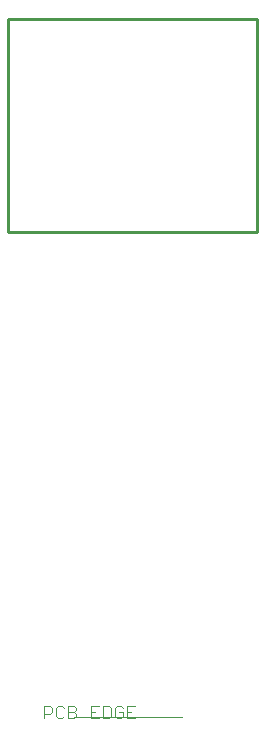
<source format=gbr>
G04*
G04 #@! TF.GenerationSoftware,Altium Limited,Altium Designer,24.6.1 (21)*
G04*
G04 Layer_Color=16711935*
%FSLAX25Y25*%
%MOIN*%
G70*
G04*
G04 #@! TF.SameCoordinates,3E969972-8C0A-4DBC-9D31-E8772DB7AAD8*
G04*
G04*
G04 #@! TF.FilePolarity,Positive*
G04*
G01*
G75*
%ADD14C,0.01000*%
%ADD60C,0.00394*%
D14*
X311000Y350346D02*
X352500D01*
X311000D02*
Y421347D01*
X394000D01*
Y350346D02*
Y421347D01*
X352500Y350346D02*
X394000D01*
D60*
X332996Y188823D02*
X369079D01*
X323154Y188429D02*
Y192365D01*
X325121D01*
X325777Y191709D01*
Y190397D01*
X325121Y189741D01*
X323154D01*
X329713Y191709D02*
X329057Y192365D01*
X327745D01*
X327089Y191709D01*
Y189085D01*
X327745Y188429D01*
X329057D01*
X329713Y189085D01*
X331025Y192365D02*
Y188429D01*
X332993D01*
X333649Y189085D01*
Y189741D01*
X332993Y190397D01*
X331025D01*
X332993D01*
X333649Y191053D01*
Y191709D01*
X332993Y192365D01*
X331025D01*
X341520D02*
X338896D01*
Y188429D01*
X341520D01*
X338896Y190397D02*
X340208D01*
X342832Y192365D02*
Y188429D01*
X344800D01*
X345456Y189085D01*
Y191709D01*
X344800Y192365D01*
X342832D01*
X349392Y191709D02*
X348736Y192365D01*
X347424D01*
X346768Y191709D01*
Y189085D01*
X347424Y188429D01*
X348736D01*
X349392Y189085D01*
Y190397D01*
X348080D01*
X353328Y192365D02*
X350704D01*
Y188429D01*
X353328D01*
X350704Y190397D02*
X352016D01*
M02*

</source>
